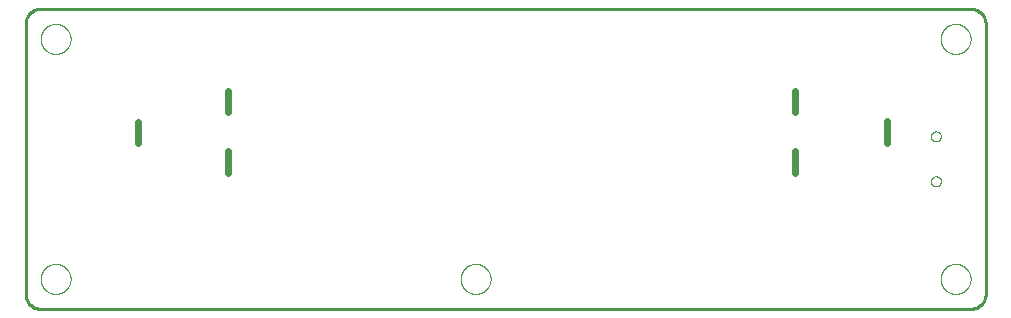
<source format=gko>
G04 EAGLE Gerber RS-274X export*
G75*
%MOMM*%
%FSLAX34Y34*%
%LPD*%
%INDimension*%
%IPPOS*%
%AMOC8*
5,1,8,0,0,1.08239X$1,22.5*%
G01*
%ADD10C,0.000000*%
%ADD11C,0.600000*%
%ADD12C,0.254000*%


D10*
X812800Y12700D02*
X812800Y241300D01*
X812796Y241607D01*
X812785Y241914D01*
X812767Y242220D01*
X812741Y242526D01*
X812707Y242831D01*
X812667Y243135D01*
X812619Y243438D01*
X812563Y243740D01*
X812501Y244040D01*
X812431Y244339D01*
X812354Y244636D01*
X812270Y244932D01*
X812178Y245225D01*
X812080Y245515D01*
X811975Y245803D01*
X811862Y246089D01*
X811743Y246372D01*
X811617Y246652D01*
X811485Y246929D01*
X811345Y247202D01*
X811199Y247472D01*
X811047Y247738D01*
X810888Y248001D01*
X810723Y248260D01*
X810552Y248514D01*
X810375Y248765D01*
X810191Y249011D01*
X810002Y249253D01*
X809807Y249489D01*
X809606Y249722D01*
X809400Y249949D01*
X809188Y250171D01*
X808971Y250388D01*
X808749Y250600D01*
X808522Y250806D01*
X808289Y251007D01*
X808053Y251202D01*
X807811Y251391D01*
X807565Y251575D01*
X807314Y251752D01*
X807060Y251923D01*
X806801Y252088D01*
X806538Y252247D01*
X806272Y252399D01*
X806002Y252545D01*
X805729Y252685D01*
X805452Y252817D01*
X805172Y252943D01*
X804889Y253062D01*
X804603Y253175D01*
X804315Y253280D01*
X804025Y253378D01*
X803732Y253470D01*
X803436Y253554D01*
X803139Y253631D01*
X802840Y253701D01*
X802540Y253763D01*
X802238Y253819D01*
X801935Y253867D01*
X801631Y253907D01*
X801326Y253941D01*
X801020Y253967D01*
X800714Y253985D01*
X800407Y253996D01*
X800100Y254000D01*
X12700Y254000D01*
X12393Y253996D01*
X12086Y253985D01*
X11780Y253967D01*
X11474Y253941D01*
X11169Y253907D01*
X10865Y253867D01*
X10562Y253819D01*
X10260Y253763D01*
X9960Y253701D01*
X9661Y253631D01*
X9364Y253554D01*
X9068Y253470D01*
X8775Y253378D01*
X8485Y253280D01*
X8197Y253175D01*
X7911Y253062D01*
X7628Y252943D01*
X7348Y252817D01*
X7071Y252685D01*
X6798Y252545D01*
X6528Y252399D01*
X6262Y252247D01*
X5999Y252088D01*
X5740Y251923D01*
X5486Y251752D01*
X5235Y251575D01*
X4989Y251391D01*
X4747Y251202D01*
X4511Y251007D01*
X4278Y250806D01*
X4051Y250600D01*
X3829Y250388D01*
X3612Y250171D01*
X3400Y249949D01*
X3194Y249722D01*
X2993Y249489D01*
X2798Y249253D01*
X2609Y249011D01*
X2425Y248765D01*
X2248Y248514D01*
X2077Y248260D01*
X1912Y248001D01*
X1753Y247738D01*
X1601Y247472D01*
X1455Y247202D01*
X1315Y246929D01*
X1183Y246652D01*
X1057Y246372D01*
X938Y246089D01*
X825Y245803D01*
X720Y245515D01*
X622Y245225D01*
X530Y244932D01*
X446Y244636D01*
X369Y244339D01*
X299Y244040D01*
X237Y243740D01*
X181Y243438D01*
X133Y243135D01*
X93Y242831D01*
X59Y242526D01*
X33Y242220D01*
X15Y241914D01*
X4Y241607D01*
X0Y241300D01*
X0Y12700D01*
X4Y12393D01*
X15Y12086D01*
X33Y11780D01*
X59Y11474D01*
X93Y11169D01*
X133Y10865D01*
X181Y10562D01*
X237Y10260D01*
X299Y9960D01*
X369Y9661D01*
X446Y9364D01*
X530Y9068D01*
X622Y8775D01*
X720Y8485D01*
X825Y8197D01*
X938Y7911D01*
X1057Y7628D01*
X1183Y7348D01*
X1315Y7071D01*
X1455Y6798D01*
X1601Y6528D01*
X1753Y6262D01*
X1912Y5999D01*
X2077Y5740D01*
X2248Y5486D01*
X2425Y5235D01*
X2609Y4989D01*
X2798Y4747D01*
X2993Y4511D01*
X3194Y4278D01*
X3400Y4051D01*
X3612Y3829D01*
X3829Y3612D01*
X4051Y3400D01*
X4278Y3194D01*
X4511Y2993D01*
X4747Y2798D01*
X4989Y2609D01*
X5235Y2425D01*
X5486Y2248D01*
X5740Y2077D01*
X5999Y1912D01*
X6262Y1753D01*
X6528Y1601D01*
X6798Y1455D01*
X7071Y1315D01*
X7348Y1183D01*
X7628Y1057D01*
X7911Y938D01*
X8197Y825D01*
X8485Y720D01*
X8775Y622D01*
X9068Y530D01*
X9364Y446D01*
X9661Y369D01*
X9960Y299D01*
X10260Y237D01*
X10562Y181D01*
X10865Y133D01*
X11169Y93D01*
X11474Y59D01*
X11780Y33D01*
X12086Y15D01*
X12393Y4D01*
X12700Y0D01*
X800100Y0D01*
X800407Y4D01*
X800714Y15D01*
X801020Y33D01*
X801326Y59D01*
X801631Y93D01*
X801935Y133D01*
X802238Y181D01*
X802540Y237D01*
X802840Y299D01*
X803139Y369D01*
X803436Y446D01*
X803732Y530D01*
X804025Y622D01*
X804315Y720D01*
X804603Y825D01*
X804889Y938D01*
X805172Y1057D01*
X805452Y1183D01*
X805729Y1315D01*
X806002Y1455D01*
X806272Y1601D01*
X806538Y1753D01*
X806801Y1912D01*
X807060Y2077D01*
X807314Y2248D01*
X807565Y2425D01*
X807811Y2609D01*
X808053Y2798D01*
X808289Y2993D01*
X808522Y3194D01*
X808749Y3400D01*
X808971Y3612D01*
X809188Y3829D01*
X809400Y4051D01*
X809606Y4278D01*
X809807Y4511D01*
X810002Y4747D01*
X810191Y4989D01*
X810375Y5235D01*
X810552Y5486D01*
X810723Y5740D01*
X810888Y5999D01*
X811047Y6262D01*
X811199Y6528D01*
X811345Y6798D01*
X811485Y7071D01*
X811617Y7348D01*
X811743Y7628D01*
X811862Y7911D01*
X811975Y8197D01*
X812080Y8485D01*
X812178Y8775D01*
X812270Y9068D01*
X812354Y9364D01*
X812431Y9661D01*
X812501Y9960D01*
X812563Y10260D01*
X812619Y10562D01*
X812667Y10865D01*
X812707Y11169D01*
X812741Y11474D01*
X812767Y11780D01*
X812785Y12086D01*
X812796Y12393D01*
X812800Y12700D01*
X12700Y25400D02*
X12704Y25712D01*
X12715Y26023D01*
X12734Y26334D01*
X12761Y26645D01*
X12796Y26955D01*
X12837Y27263D01*
X12887Y27571D01*
X12944Y27878D01*
X13009Y28183D01*
X13081Y28486D01*
X13160Y28787D01*
X13247Y29087D01*
X13341Y29384D01*
X13442Y29679D01*
X13551Y29971D01*
X13667Y30260D01*
X13790Y30547D01*
X13919Y30830D01*
X14056Y31110D01*
X14200Y31387D01*
X14350Y31660D01*
X14507Y31929D01*
X14670Y32194D01*
X14840Y32456D01*
X15017Y32713D01*
X15199Y32965D01*
X15388Y33213D01*
X15583Y33457D01*
X15783Y33695D01*
X15990Y33929D01*
X16202Y34157D01*
X16420Y34380D01*
X16643Y34598D01*
X16871Y34810D01*
X17105Y35017D01*
X17343Y35217D01*
X17587Y35412D01*
X17835Y35601D01*
X18087Y35783D01*
X18344Y35960D01*
X18606Y36130D01*
X18871Y36293D01*
X19140Y36450D01*
X19413Y36600D01*
X19690Y36744D01*
X19970Y36881D01*
X20253Y37010D01*
X20540Y37133D01*
X20829Y37249D01*
X21121Y37358D01*
X21416Y37459D01*
X21713Y37553D01*
X22013Y37640D01*
X22314Y37719D01*
X22617Y37791D01*
X22922Y37856D01*
X23229Y37913D01*
X23537Y37963D01*
X23845Y38004D01*
X24155Y38039D01*
X24466Y38066D01*
X24777Y38085D01*
X25088Y38096D01*
X25400Y38100D01*
X25712Y38096D01*
X26023Y38085D01*
X26334Y38066D01*
X26645Y38039D01*
X26955Y38004D01*
X27263Y37963D01*
X27571Y37913D01*
X27878Y37856D01*
X28183Y37791D01*
X28486Y37719D01*
X28787Y37640D01*
X29087Y37553D01*
X29384Y37459D01*
X29679Y37358D01*
X29971Y37249D01*
X30260Y37133D01*
X30547Y37010D01*
X30830Y36881D01*
X31110Y36744D01*
X31387Y36600D01*
X31660Y36450D01*
X31929Y36293D01*
X32194Y36130D01*
X32456Y35960D01*
X32713Y35783D01*
X32965Y35601D01*
X33213Y35412D01*
X33457Y35217D01*
X33695Y35017D01*
X33929Y34810D01*
X34157Y34598D01*
X34380Y34380D01*
X34598Y34157D01*
X34810Y33929D01*
X35017Y33695D01*
X35217Y33457D01*
X35412Y33213D01*
X35601Y32965D01*
X35783Y32713D01*
X35960Y32456D01*
X36130Y32194D01*
X36293Y31929D01*
X36450Y31660D01*
X36600Y31387D01*
X36744Y31110D01*
X36881Y30830D01*
X37010Y30547D01*
X37133Y30260D01*
X37249Y29971D01*
X37358Y29679D01*
X37459Y29384D01*
X37553Y29087D01*
X37640Y28787D01*
X37719Y28486D01*
X37791Y28183D01*
X37856Y27878D01*
X37913Y27571D01*
X37963Y27263D01*
X38004Y26955D01*
X38039Y26645D01*
X38066Y26334D01*
X38085Y26023D01*
X38096Y25712D01*
X38100Y25400D01*
X38096Y25088D01*
X38085Y24777D01*
X38066Y24466D01*
X38039Y24155D01*
X38004Y23845D01*
X37963Y23537D01*
X37913Y23229D01*
X37856Y22922D01*
X37791Y22617D01*
X37719Y22314D01*
X37640Y22013D01*
X37553Y21713D01*
X37459Y21416D01*
X37358Y21121D01*
X37249Y20829D01*
X37133Y20540D01*
X37010Y20253D01*
X36881Y19970D01*
X36744Y19690D01*
X36600Y19413D01*
X36450Y19140D01*
X36293Y18871D01*
X36130Y18606D01*
X35960Y18344D01*
X35783Y18087D01*
X35601Y17835D01*
X35412Y17587D01*
X35217Y17343D01*
X35017Y17105D01*
X34810Y16871D01*
X34598Y16643D01*
X34380Y16420D01*
X34157Y16202D01*
X33929Y15990D01*
X33695Y15783D01*
X33457Y15583D01*
X33213Y15388D01*
X32965Y15199D01*
X32713Y15017D01*
X32456Y14840D01*
X32194Y14670D01*
X31929Y14507D01*
X31660Y14350D01*
X31387Y14200D01*
X31110Y14056D01*
X30830Y13919D01*
X30547Y13790D01*
X30260Y13667D01*
X29971Y13551D01*
X29679Y13442D01*
X29384Y13341D01*
X29087Y13247D01*
X28787Y13160D01*
X28486Y13081D01*
X28183Y13009D01*
X27878Y12944D01*
X27571Y12887D01*
X27263Y12837D01*
X26955Y12796D01*
X26645Y12761D01*
X26334Y12734D01*
X26023Y12715D01*
X25712Y12704D01*
X25400Y12700D01*
X25088Y12704D01*
X24777Y12715D01*
X24466Y12734D01*
X24155Y12761D01*
X23845Y12796D01*
X23537Y12837D01*
X23229Y12887D01*
X22922Y12944D01*
X22617Y13009D01*
X22314Y13081D01*
X22013Y13160D01*
X21713Y13247D01*
X21416Y13341D01*
X21121Y13442D01*
X20829Y13551D01*
X20540Y13667D01*
X20253Y13790D01*
X19970Y13919D01*
X19690Y14056D01*
X19413Y14200D01*
X19140Y14350D01*
X18871Y14507D01*
X18606Y14670D01*
X18344Y14840D01*
X18087Y15017D01*
X17835Y15199D01*
X17587Y15388D01*
X17343Y15583D01*
X17105Y15783D01*
X16871Y15990D01*
X16643Y16202D01*
X16420Y16420D01*
X16202Y16643D01*
X15990Y16871D01*
X15783Y17105D01*
X15583Y17343D01*
X15388Y17587D01*
X15199Y17835D01*
X15017Y18087D01*
X14840Y18344D01*
X14670Y18606D01*
X14507Y18871D01*
X14350Y19140D01*
X14200Y19413D01*
X14056Y19690D01*
X13919Y19970D01*
X13790Y20253D01*
X13667Y20540D01*
X13551Y20829D01*
X13442Y21121D01*
X13341Y21416D01*
X13247Y21713D01*
X13160Y22013D01*
X13081Y22314D01*
X13009Y22617D01*
X12944Y22922D01*
X12887Y23229D01*
X12837Y23537D01*
X12796Y23845D01*
X12761Y24155D01*
X12734Y24466D01*
X12715Y24777D01*
X12704Y25088D01*
X12700Y25400D01*
X12700Y228600D02*
X12704Y228912D01*
X12715Y229223D01*
X12734Y229534D01*
X12761Y229845D01*
X12796Y230155D01*
X12837Y230463D01*
X12887Y230771D01*
X12944Y231078D01*
X13009Y231383D01*
X13081Y231686D01*
X13160Y231987D01*
X13247Y232287D01*
X13341Y232584D01*
X13442Y232879D01*
X13551Y233171D01*
X13667Y233460D01*
X13790Y233747D01*
X13919Y234030D01*
X14056Y234310D01*
X14200Y234587D01*
X14350Y234860D01*
X14507Y235129D01*
X14670Y235394D01*
X14840Y235656D01*
X15017Y235913D01*
X15199Y236165D01*
X15388Y236413D01*
X15583Y236657D01*
X15783Y236895D01*
X15990Y237129D01*
X16202Y237357D01*
X16420Y237580D01*
X16643Y237798D01*
X16871Y238010D01*
X17105Y238217D01*
X17343Y238417D01*
X17587Y238612D01*
X17835Y238801D01*
X18087Y238983D01*
X18344Y239160D01*
X18606Y239330D01*
X18871Y239493D01*
X19140Y239650D01*
X19413Y239800D01*
X19690Y239944D01*
X19970Y240081D01*
X20253Y240210D01*
X20540Y240333D01*
X20829Y240449D01*
X21121Y240558D01*
X21416Y240659D01*
X21713Y240753D01*
X22013Y240840D01*
X22314Y240919D01*
X22617Y240991D01*
X22922Y241056D01*
X23229Y241113D01*
X23537Y241163D01*
X23845Y241204D01*
X24155Y241239D01*
X24466Y241266D01*
X24777Y241285D01*
X25088Y241296D01*
X25400Y241300D01*
X25712Y241296D01*
X26023Y241285D01*
X26334Y241266D01*
X26645Y241239D01*
X26955Y241204D01*
X27263Y241163D01*
X27571Y241113D01*
X27878Y241056D01*
X28183Y240991D01*
X28486Y240919D01*
X28787Y240840D01*
X29087Y240753D01*
X29384Y240659D01*
X29679Y240558D01*
X29971Y240449D01*
X30260Y240333D01*
X30547Y240210D01*
X30830Y240081D01*
X31110Y239944D01*
X31387Y239800D01*
X31660Y239650D01*
X31929Y239493D01*
X32194Y239330D01*
X32456Y239160D01*
X32713Y238983D01*
X32965Y238801D01*
X33213Y238612D01*
X33457Y238417D01*
X33695Y238217D01*
X33929Y238010D01*
X34157Y237798D01*
X34380Y237580D01*
X34598Y237357D01*
X34810Y237129D01*
X35017Y236895D01*
X35217Y236657D01*
X35412Y236413D01*
X35601Y236165D01*
X35783Y235913D01*
X35960Y235656D01*
X36130Y235394D01*
X36293Y235129D01*
X36450Y234860D01*
X36600Y234587D01*
X36744Y234310D01*
X36881Y234030D01*
X37010Y233747D01*
X37133Y233460D01*
X37249Y233171D01*
X37358Y232879D01*
X37459Y232584D01*
X37553Y232287D01*
X37640Y231987D01*
X37719Y231686D01*
X37791Y231383D01*
X37856Y231078D01*
X37913Y230771D01*
X37963Y230463D01*
X38004Y230155D01*
X38039Y229845D01*
X38066Y229534D01*
X38085Y229223D01*
X38096Y228912D01*
X38100Y228600D01*
X38096Y228288D01*
X38085Y227977D01*
X38066Y227666D01*
X38039Y227355D01*
X38004Y227045D01*
X37963Y226737D01*
X37913Y226429D01*
X37856Y226122D01*
X37791Y225817D01*
X37719Y225514D01*
X37640Y225213D01*
X37553Y224913D01*
X37459Y224616D01*
X37358Y224321D01*
X37249Y224029D01*
X37133Y223740D01*
X37010Y223453D01*
X36881Y223170D01*
X36744Y222890D01*
X36600Y222613D01*
X36450Y222340D01*
X36293Y222071D01*
X36130Y221806D01*
X35960Y221544D01*
X35783Y221287D01*
X35601Y221035D01*
X35412Y220787D01*
X35217Y220543D01*
X35017Y220305D01*
X34810Y220071D01*
X34598Y219843D01*
X34380Y219620D01*
X34157Y219402D01*
X33929Y219190D01*
X33695Y218983D01*
X33457Y218783D01*
X33213Y218588D01*
X32965Y218399D01*
X32713Y218217D01*
X32456Y218040D01*
X32194Y217870D01*
X31929Y217707D01*
X31660Y217550D01*
X31387Y217400D01*
X31110Y217256D01*
X30830Y217119D01*
X30547Y216990D01*
X30260Y216867D01*
X29971Y216751D01*
X29679Y216642D01*
X29384Y216541D01*
X29087Y216447D01*
X28787Y216360D01*
X28486Y216281D01*
X28183Y216209D01*
X27878Y216144D01*
X27571Y216087D01*
X27263Y216037D01*
X26955Y215996D01*
X26645Y215961D01*
X26334Y215934D01*
X26023Y215915D01*
X25712Y215904D01*
X25400Y215900D01*
X25088Y215904D01*
X24777Y215915D01*
X24466Y215934D01*
X24155Y215961D01*
X23845Y215996D01*
X23537Y216037D01*
X23229Y216087D01*
X22922Y216144D01*
X22617Y216209D01*
X22314Y216281D01*
X22013Y216360D01*
X21713Y216447D01*
X21416Y216541D01*
X21121Y216642D01*
X20829Y216751D01*
X20540Y216867D01*
X20253Y216990D01*
X19970Y217119D01*
X19690Y217256D01*
X19413Y217400D01*
X19140Y217550D01*
X18871Y217707D01*
X18606Y217870D01*
X18344Y218040D01*
X18087Y218217D01*
X17835Y218399D01*
X17587Y218588D01*
X17343Y218783D01*
X17105Y218983D01*
X16871Y219190D01*
X16643Y219402D01*
X16420Y219620D01*
X16202Y219843D01*
X15990Y220071D01*
X15783Y220305D01*
X15583Y220543D01*
X15388Y220787D01*
X15199Y221035D01*
X15017Y221287D01*
X14840Y221544D01*
X14670Y221806D01*
X14507Y222071D01*
X14350Y222340D01*
X14200Y222613D01*
X14056Y222890D01*
X13919Y223170D01*
X13790Y223453D01*
X13667Y223740D01*
X13551Y224029D01*
X13442Y224321D01*
X13341Y224616D01*
X13247Y224913D01*
X13160Y225213D01*
X13081Y225514D01*
X13009Y225817D01*
X12944Y226122D01*
X12887Y226429D01*
X12837Y226737D01*
X12796Y227045D01*
X12761Y227355D01*
X12734Y227666D01*
X12715Y227977D01*
X12704Y228288D01*
X12700Y228600D01*
X774700Y228600D02*
X774704Y228912D01*
X774715Y229223D01*
X774734Y229534D01*
X774761Y229845D01*
X774796Y230155D01*
X774837Y230463D01*
X774887Y230771D01*
X774944Y231078D01*
X775009Y231383D01*
X775081Y231686D01*
X775160Y231987D01*
X775247Y232287D01*
X775341Y232584D01*
X775442Y232879D01*
X775551Y233171D01*
X775667Y233460D01*
X775790Y233747D01*
X775919Y234030D01*
X776056Y234310D01*
X776200Y234587D01*
X776350Y234860D01*
X776507Y235129D01*
X776670Y235394D01*
X776840Y235656D01*
X777017Y235913D01*
X777199Y236165D01*
X777388Y236413D01*
X777583Y236657D01*
X777783Y236895D01*
X777990Y237129D01*
X778202Y237357D01*
X778420Y237580D01*
X778643Y237798D01*
X778871Y238010D01*
X779105Y238217D01*
X779343Y238417D01*
X779587Y238612D01*
X779835Y238801D01*
X780087Y238983D01*
X780344Y239160D01*
X780606Y239330D01*
X780871Y239493D01*
X781140Y239650D01*
X781413Y239800D01*
X781690Y239944D01*
X781970Y240081D01*
X782253Y240210D01*
X782540Y240333D01*
X782829Y240449D01*
X783121Y240558D01*
X783416Y240659D01*
X783713Y240753D01*
X784013Y240840D01*
X784314Y240919D01*
X784617Y240991D01*
X784922Y241056D01*
X785229Y241113D01*
X785537Y241163D01*
X785845Y241204D01*
X786155Y241239D01*
X786466Y241266D01*
X786777Y241285D01*
X787088Y241296D01*
X787400Y241300D01*
X787712Y241296D01*
X788023Y241285D01*
X788334Y241266D01*
X788645Y241239D01*
X788955Y241204D01*
X789263Y241163D01*
X789571Y241113D01*
X789878Y241056D01*
X790183Y240991D01*
X790486Y240919D01*
X790787Y240840D01*
X791087Y240753D01*
X791384Y240659D01*
X791679Y240558D01*
X791971Y240449D01*
X792260Y240333D01*
X792547Y240210D01*
X792830Y240081D01*
X793110Y239944D01*
X793387Y239800D01*
X793660Y239650D01*
X793929Y239493D01*
X794194Y239330D01*
X794456Y239160D01*
X794713Y238983D01*
X794965Y238801D01*
X795213Y238612D01*
X795457Y238417D01*
X795695Y238217D01*
X795929Y238010D01*
X796157Y237798D01*
X796380Y237580D01*
X796598Y237357D01*
X796810Y237129D01*
X797017Y236895D01*
X797217Y236657D01*
X797412Y236413D01*
X797601Y236165D01*
X797783Y235913D01*
X797960Y235656D01*
X798130Y235394D01*
X798293Y235129D01*
X798450Y234860D01*
X798600Y234587D01*
X798744Y234310D01*
X798881Y234030D01*
X799010Y233747D01*
X799133Y233460D01*
X799249Y233171D01*
X799358Y232879D01*
X799459Y232584D01*
X799553Y232287D01*
X799640Y231987D01*
X799719Y231686D01*
X799791Y231383D01*
X799856Y231078D01*
X799913Y230771D01*
X799963Y230463D01*
X800004Y230155D01*
X800039Y229845D01*
X800066Y229534D01*
X800085Y229223D01*
X800096Y228912D01*
X800100Y228600D01*
X800096Y228288D01*
X800085Y227977D01*
X800066Y227666D01*
X800039Y227355D01*
X800004Y227045D01*
X799963Y226737D01*
X799913Y226429D01*
X799856Y226122D01*
X799791Y225817D01*
X799719Y225514D01*
X799640Y225213D01*
X799553Y224913D01*
X799459Y224616D01*
X799358Y224321D01*
X799249Y224029D01*
X799133Y223740D01*
X799010Y223453D01*
X798881Y223170D01*
X798744Y222890D01*
X798600Y222613D01*
X798450Y222340D01*
X798293Y222071D01*
X798130Y221806D01*
X797960Y221544D01*
X797783Y221287D01*
X797601Y221035D01*
X797412Y220787D01*
X797217Y220543D01*
X797017Y220305D01*
X796810Y220071D01*
X796598Y219843D01*
X796380Y219620D01*
X796157Y219402D01*
X795929Y219190D01*
X795695Y218983D01*
X795457Y218783D01*
X795213Y218588D01*
X794965Y218399D01*
X794713Y218217D01*
X794456Y218040D01*
X794194Y217870D01*
X793929Y217707D01*
X793660Y217550D01*
X793387Y217400D01*
X793110Y217256D01*
X792830Y217119D01*
X792547Y216990D01*
X792260Y216867D01*
X791971Y216751D01*
X791679Y216642D01*
X791384Y216541D01*
X791087Y216447D01*
X790787Y216360D01*
X790486Y216281D01*
X790183Y216209D01*
X789878Y216144D01*
X789571Y216087D01*
X789263Y216037D01*
X788955Y215996D01*
X788645Y215961D01*
X788334Y215934D01*
X788023Y215915D01*
X787712Y215904D01*
X787400Y215900D01*
X787088Y215904D01*
X786777Y215915D01*
X786466Y215934D01*
X786155Y215961D01*
X785845Y215996D01*
X785537Y216037D01*
X785229Y216087D01*
X784922Y216144D01*
X784617Y216209D01*
X784314Y216281D01*
X784013Y216360D01*
X783713Y216447D01*
X783416Y216541D01*
X783121Y216642D01*
X782829Y216751D01*
X782540Y216867D01*
X782253Y216990D01*
X781970Y217119D01*
X781690Y217256D01*
X781413Y217400D01*
X781140Y217550D01*
X780871Y217707D01*
X780606Y217870D01*
X780344Y218040D01*
X780087Y218217D01*
X779835Y218399D01*
X779587Y218588D01*
X779343Y218783D01*
X779105Y218983D01*
X778871Y219190D01*
X778643Y219402D01*
X778420Y219620D01*
X778202Y219843D01*
X777990Y220071D01*
X777783Y220305D01*
X777583Y220543D01*
X777388Y220787D01*
X777199Y221035D01*
X777017Y221287D01*
X776840Y221544D01*
X776670Y221806D01*
X776507Y222071D01*
X776350Y222340D01*
X776200Y222613D01*
X776056Y222890D01*
X775919Y223170D01*
X775790Y223453D01*
X775667Y223740D01*
X775551Y224029D01*
X775442Y224321D01*
X775341Y224616D01*
X775247Y224913D01*
X775160Y225213D01*
X775081Y225514D01*
X775009Y225817D01*
X774944Y226122D01*
X774887Y226429D01*
X774837Y226737D01*
X774796Y227045D01*
X774761Y227355D01*
X774734Y227666D01*
X774715Y227977D01*
X774704Y228288D01*
X774700Y228600D01*
X774700Y25400D02*
X774704Y25712D01*
X774715Y26023D01*
X774734Y26334D01*
X774761Y26645D01*
X774796Y26955D01*
X774837Y27263D01*
X774887Y27571D01*
X774944Y27878D01*
X775009Y28183D01*
X775081Y28486D01*
X775160Y28787D01*
X775247Y29087D01*
X775341Y29384D01*
X775442Y29679D01*
X775551Y29971D01*
X775667Y30260D01*
X775790Y30547D01*
X775919Y30830D01*
X776056Y31110D01*
X776200Y31387D01*
X776350Y31660D01*
X776507Y31929D01*
X776670Y32194D01*
X776840Y32456D01*
X777017Y32713D01*
X777199Y32965D01*
X777388Y33213D01*
X777583Y33457D01*
X777783Y33695D01*
X777990Y33929D01*
X778202Y34157D01*
X778420Y34380D01*
X778643Y34598D01*
X778871Y34810D01*
X779105Y35017D01*
X779343Y35217D01*
X779587Y35412D01*
X779835Y35601D01*
X780087Y35783D01*
X780344Y35960D01*
X780606Y36130D01*
X780871Y36293D01*
X781140Y36450D01*
X781413Y36600D01*
X781690Y36744D01*
X781970Y36881D01*
X782253Y37010D01*
X782540Y37133D01*
X782829Y37249D01*
X783121Y37358D01*
X783416Y37459D01*
X783713Y37553D01*
X784013Y37640D01*
X784314Y37719D01*
X784617Y37791D01*
X784922Y37856D01*
X785229Y37913D01*
X785537Y37963D01*
X785845Y38004D01*
X786155Y38039D01*
X786466Y38066D01*
X786777Y38085D01*
X787088Y38096D01*
X787400Y38100D01*
X787712Y38096D01*
X788023Y38085D01*
X788334Y38066D01*
X788645Y38039D01*
X788955Y38004D01*
X789263Y37963D01*
X789571Y37913D01*
X789878Y37856D01*
X790183Y37791D01*
X790486Y37719D01*
X790787Y37640D01*
X791087Y37553D01*
X791384Y37459D01*
X791679Y37358D01*
X791971Y37249D01*
X792260Y37133D01*
X792547Y37010D01*
X792830Y36881D01*
X793110Y36744D01*
X793387Y36600D01*
X793660Y36450D01*
X793929Y36293D01*
X794194Y36130D01*
X794456Y35960D01*
X794713Y35783D01*
X794965Y35601D01*
X795213Y35412D01*
X795457Y35217D01*
X795695Y35017D01*
X795929Y34810D01*
X796157Y34598D01*
X796380Y34380D01*
X796598Y34157D01*
X796810Y33929D01*
X797017Y33695D01*
X797217Y33457D01*
X797412Y33213D01*
X797601Y32965D01*
X797783Y32713D01*
X797960Y32456D01*
X798130Y32194D01*
X798293Y31929D01*
X798450Y31660D01*
X798600Y31387D01*
X798744Y31110D01*
X798881Y30830D01*
X799010Y30547D01*
X799133Y30260D01*
X799249Y29971D01*
X799358Y29679D01*
X799459Y29384D01*
X799553Y29087D01*
X799640Y28787D01*
X799719Y28486D01*
X799791Y28183D01*
X799856Y27878D01*
X799913Y27571D01*
X799963Y27263D01*
X800004Y26955D01*
X800039Y26645D01*
X800066Y26334D01*
X800085Y26023D01*
X800096Y25712D01*
X800100Y25400D01*
X800096Y25088D01*
X800085Y24777D01*
X800066Y24466D01*
X800039Y24155D01*
X800004Y23845D01*
X799963Y23537D01*
X799913Y23229D01*
X799856Y22922D01*
X799791Y22617D01*
X799719Y22314D01*
X799640Y22013D01*
X799553Y21713D01*
X799459Y21416D01*
X799358Y21121D01*
X799249Y20829D01*
X799133Y20540D01*
X799010Y20253D01*
X798881Y19970D01*
X798744Y19690D01*
X798600Y19413D01*
X798450Y19140D01*
X798293Y18871D01*
X798130Y18606D01*
X797960Y18344D01*
X797783Y18087D01*
X797601Y17835D01*
X797412Y17587D01*
X797217Y17343D01*
X797017Y17105D01*
X796810Y16871D01*
X796598Y16643D01*
X796380Y16420D01*
X796157Y16202D01*
X795929Y15990D01*
X795695Y15783D01*
X795457Y15583D01*
X795213Y15388D01*
X794965Y15199D01*
X794713Y15017D01*
X794456Y14840D01*
X794194Y14670D01*
X793929Y14507D01*
X793660Y14350D01*
X793387Y14200D01*
X793110Y14056D01*
X792830Y13919D01*
X792547Y13790D01*
X792260Y13667D01*
X791971Y13551D01*
X791679Y13442D01*
X791384Y13341D01*
X791087Y13247D01*
X790787Y13160D01*
X790486Y13081D01*
X790183Y13009D01*
X789878Y12944D01*
X789571Y12887D01*
X789263Y12837D01*
X788955Y12796D01*
X788645Y12761D01*
X788334Y12734D01*
X788023Y12715D01*
X787712Y12704D01*
X787400Y12700D01*
X787088Y12704D01*
X786777Y12715D01*
X786466Y12734D01*
X786155Y12761D01*
X785845Y12796D01*
X785537Y12837D01*
X785229Y12887D01*
X784922Y12944D01*
X784617Y13009D01*
X784314Y13081D01*
X784013Y13160D01*
X783713Y13247D01*
X783416Y13341D01*
X783121Y13442D01*
X782829Y13551D01*
X782540Y13667D01*
X782253Y13790D01*
X781970Y13919D01*
X781690Y14056D01*
X781413Y14200D01*
X781140Y14350D01*
X780871Y14507D01*
X780606Y14670D01*
X780344Y14840D01*
X780087Y15017D01*
X779835Y15199D01*
X779587Y15388D01*
X779343Y15583D01*
X779105Y15783D01*
X778871Y15990D01*
X778643Y16202D01*
X778420Y16420D01*
X778202Y16643D01*
X777990Y16871D01*
X777783Y17105D01*
X777583Y17343D01*
X777388Y17587D01*
X777199Y17835D01*
X777017Y18087D01*
X776840Y18344D01*
X776670Y18606D01*
X776507Y18871D01*
X776350Y19140D01*
X776200Y19413D01*
X776056Y19690D01*
X775919Y19970D01*
X775790Y20253D01*
X775667Y20540D01*
X775551Y20829D01*
X775442Y21121D01*
X775341Y21416D01*
X775247Y21713D01*
X775160Y22013D01*
X775081Y22314D01*
X775009Y22617D01*
X774944Y22922D01*
X774887Y23229D01*
X774837Y23537D01*
X774796Y23845D01*
X774761Y24155D01*
X774734Y24466D01*
X774715Y24777D01*
X774704Y25088D01*
X774700Y25400D01*
X368300Y25400D02*
X368304Y25712D01*
X368315Y26023D01*
X368334Y26334D01*
X368361Y26645D01*
X368396Y26955D01*
X368437Y27263D01*
X368487Y27571D01*
X368544Y27878D01*
X368609Y28183D01*
X368681Y28486D01*
X368760Y28787D01*
X368847Y29087D01*
X368941Y29384D01*
X369042Y29679D01*
X369151Y29971D01*
X369267Y30260D01*
X369390Y30547D01*
X369519Y30830D01*
X369656Y31110D01*
X369800Y31387D01*
X369950Y31660D01*
X370107Y31929D01*
X370270Y32194D01*
X370440Y32456D01*
X370617Y32713D01*
X370799Y32965D01*
X370988Y33213D01*
X371183Y33457D01*
X371383Y33695D01*
X371590Y33929D01*
X371802Y34157D01*
X372020Y34380D01*
X372243Y34598D01*
X372471Y34810D01*
X372705Y35017D01*
X372943Y35217D01*
X373187Y35412D01*
X373435Y35601D01*
X373687Y35783D01*
X373944Y35960D01*
X374206Y36130D01*
X374471Y36293D01*
X374740Y36450D01*
X375013Y36600D01*
X375290Y36744D01*
X375570Y36881D01*
X375853Y37010D01*
X376140Y37133D01*
X376429Y37249D01*
X376721Y37358D01*
X377016Y37459D01*
X377313Y37553D01*
X377613Y37640D01*
X377914Y37719D01*
X378217Y37791D01*
X378522Y37856D01*
X378829Y37913D01*
X379137Y37963D01*
X379445Y38004D01*
X379755Y38039D01*
X380066Y38066D01*
X380377Y38085D01*
X380688Y38096D01*
X381000Y38100D01*
X381312Y38096D01*
X381623Y38085D01*
X381934Y38066D01*
X382245Y38039D01*
X382555Y38004D01*
X382863Y37963D01*
X383171Y37913D01*
X383478Y37856D01*
X383783Y37791D01*
X384086Y37719D01*
X384387Y37640D01*
X384687Y37553D01*
X384984Y37459D01*
X385279Y37358D01*
X385571Y37249D01*
X385860Y37133D01*
X386147Y37010D01*
X386430Y36881D01*
X386710Y36744D01*
X386987Y36600D01*
X387260Y36450D01*
X387529Y36293D01*
X387794Y36130D01*
X388056Y35960D01*
X388313Y35783D01*
X388565Y35601D01*
X388813Y35412D01*
X389057Y35217D01*
X389295Y35017D01*
X389529Y34810D01*
X389757Y34598D01*
X389980Y34380D01*
X390198Y34157D01*
X390410Y33929D01*
X390617Y33695D01*
X390817Y33457D01*
X391012Y33213D01*
X391201Y32965D01*
X391383Y32713D01*
X391560Y32456D01*
X391730Y32194D01*
X391893Y31929D01*
X392050Y31660D01*
X392200Y31387D01*
X392344Y31110D01*
X392481Y30830D01*
X392610Y30547D01*
X392733Y30260D01*
X392849Y29971D01*
X392958Y29679D01*
X393059Y29384D01*
X393153Y29087D01*
X393240Y28787D01*
X393319Y28486D01*
X393391Y28183D01*
X393456Y27878D01*
X393513Y27571D01*
X393563Y27263D01*
X393604Y26955D01*
X393639Y26645D01*
X393666Y26334D01*
X393685Y26023D01*
X393696Y25712D01*
X393700Y25400D01*
X393696Y25088D01*
X393685Y24777D01*
X393666Y24466D01*
X393639Y24155D01*
X393604Y23845D01*
X393563Y23537D01*
X393513Y23229D01*
X393456Y22922D01*
X393391Y22617D01*
X393319Y22314D01*
X393240Y22013D01*
X393153Y21713D01*
X393059Y21416D01*
X392958Y21121D01*
X392849Y20829D01*
X392733Y20540D01*
X392610Y20253D01*
X392481Y19970D01*
X392344Y19690D01*
X392200Y19413D01*
X392050Y19140D01*
X391893Y18871D01*
X391730Y18606D01*
X391560Y18344D01*
X391383Y18087D01*
X391201Y17835D01*
X391012Y17587D01*
X390817Y17343D01*
X390617Y17105D01*
X390410Y16871D01*
X390198Y16643D01*
X389980Y16420D01*
X389757Y16202D01*
X389529Y15990D01*
X389295Y15783D01*
X389057Y15583D01*
X388813Y15388D01*
X388565Y15199D01*
X388313Y15017D01*
X388056Y14840D01*
X387794Y14670D01*
X387529Y14507D01*
X387260Y14350D01*
X386987Y14200D01*
X386710Y14056D01*
X386430Y13919D01*
X386147Y13790D01*
X385860Y13667D01*
X385571Y13551D01*
X385279Y13442D01*
X384984Y13341D01*
X384687Y13247D01*
X384387Y13160D01*
X384086Y13081D01*
X383783Y13009D01*
X383478Y12944D01*
X383171Y12887D01*
X382863Y12837D01*
X382555Y12796D01*
X382245Y12761D01*
X381934Y12734D01*
X381623Y12715D01*
X381312Y12704D01*
X381000Y12700D01*
X380688Y12704D01*
X380377Y12715D01*
X380066Y12734D01*
X379755Y12761D01*
X379445Y12796D01*
X379137Y12837D01*
X378829Y12887D01*
X378522Y12944D01*
X378217Y13009D01*
X377914Y13081D01*
X377613Y13160D01*
X377313Y13247D01*
X377016Y13341D01*
X376721Y13442D01*
X376429Y13551D01*
X376140Y13667D01*
X375853Y13790D01*
X375570Y13919D01*
X375290Y14056D01*
X375013Y14200D01*
X374740Y14350D01*
X374471Y14507D01*
X374206Y14670D01*
X373944Y14840D01*
X373687Y15017D01*
X373435Y15199D01*
X373187Y15388D01*
X372943Y15583D01*
X372705Y15783D01*
X372471Y15990D01*
X372243Y16202D01*
X372020Y16420D01*
X371802Y16643D01*
X371590Y16871D01*
X371383Y17105D01*
X371183Y17343D01*
X370988Y17587D01*
X370799Y17835D01*
X370617Y18087D01*
X370440Y18344D01*
X370270Y18606D01*
X370107Y18871D01*
X369950Y19140D01*
X369800Y19413D01*
X369656Y19690D01*
X369519Y19970D01*
X369390Y20253D01*
X369267Y20540D01*
X369151Y20829D01*
X369042Y21121D01*
X368941Y21416D01*
X368847Y21713D01*
X368760Y22013D01*
X368681Y22314D01*
X368609Y22617D01*
X368544Y22922D01*
X368487Y23229D01*
X368437Y23537D01*
X368396Y23845D01*
X368361Y24155D01*
X368334Y24466D01*
X368315Y24777D01*
X368304Y25088D01*
X368300Y25400D01*
X766484Y108000D02*
X766486Y108130D01*
X766492Y108260D01*
X766502Y108390D01*
X766516Y108520D01*
X766534Y108649D01*
X766556Y108777D01*
X766581Y108905D01*
X766611Y109032D01*
X766645Y109158D01*
X766682Y109282D01*
X766723Y109406D01*
X766768Y109528D01*
X766817Y109649D01*
X766869Y109768D01*
X766925Y109886D01*
X766985Y110002D01*
X767048Y110116D01*
X767115Y110228D01*
X767185Y110337D01*
X767258Y110445D01*
X767334Y110550D01*
X767414Y110653D01*
X767497Y110754D01*
X767583Y110852D01*
X767672Y110947D01*
X767764Y111040D01*
X767858Y111129D01*
X767955Y111216D01*
X768055Y111299D01*
X768158Y111380D01*
X768262Y111457D01*
X768369Y111531D01*
X768479Y111602D01*
X768590Y111670D01*
X768704Y111734D01*
X768819Y111794D01*
X768936Y111851D01*
X769055Y111904D01*
X769176Y111954D01*
X769297Y112000D01*
X769421Y112042D01*
X769545Y112080D01*
X769671Y112115D01*
X769797Y112146D01*
X769925Y112172D01*
X770053Y112195D01*
X770182Y112214D01*
X770311Y112229D01*
X770441Y112240D01*
X770571Y112247D01*
X770701Y112250D01*
X770832Y112249D01*
X770962Y112244D01*
X771092Y112235D01*
X771221Y112222D01*
X771351Y112205D01*
X771479Y112184D01*
X771607Y112159D01*
X771734Y112131D01*
X771860Y112098D01*
X771985Y112062D01*
X772109Y112021D01*
X772232Y111977D01*
X772353Y111930D01*
X772473Y111878D01*
X772591Y111823D01*
X772707Y111764D01*
X772821Y111702D01*
X772934Y111636D01*
X773044Y111567D01*
X773152Y111495D01*
X773258Y111419D01*
X773362Y111340D01*
X773463Y111258D01*
X773562Y111173D01*
X773658Y111085D01*
X773751Y110994D01*
X773841Y110900D01*
X773928Y110803D01*
X774013Y110704D01*
X774094Y110602D01*
X774172Y110498D01*
X774247Y110392D01*
X774319Y110283D01*
X774387Y110172D01*
X774452Y110059D01*
X774513Y109944D01*
X774571Y109827D01*
X774625Y109709D01*
X774676Y109589D01*
X774723Y109467D01*
X774766Y109344D01*
X774805Y109220D01*
X774841Y109095D01*
X774872Y108968D01*
X774900Y108841D01*
X774924Y108713D01*
X774944Y108584D01*
X774960Y108455D01*
X774972Y108325D01*
X774980Y108195D01*
X774984Y108065D01*
X774984Y107935D01*
X774980Y107805D01*
X774972Y107675D01*
X774960Y107545D01*
X774944Y107416D01*
X774924Y107287D01*
X774900Y107159D01*
X774872Y107032D01*
X774841Y106905D01*
X774805Y106780D01*
X774766Y106656D01*
X774723Y106533D01*
X774676Y106411D01*
X774625Y106291D01*
X774571Y106173D01*
X774513Y106056D01*
X774452Y105941D01*
X774387Y105828D01*
X774319Y105717D01*
X774247Y105608D01*
X774172Y105502D01*
X774094Y105398D01*
X774013Y105296D01*
X773928Y105197D01*
X773841Y105100D01*
X773751Y105006D01*
X773658Y104915D01*
X773562Y104827D01*
X773463Y104742D01*
X773362Y104660D01*
X773258Y104581D01*
X773152Y104505D01*
X773044Y104433D01*
X772934Y104364D01*
X772821Y104298D01*
X772707Y104236D01*
X772591Y104177D01*
X772473Y104122D01*
X772353Y104070D01*
X772232Y104023D01*
X772109Y103979D01*
X771985Y103938D01*
X771860Y103902D01*
X771734Y103869D01*
X771607Y103841D01*
X771479Y103816D01*
X771351Y103795D01*
X771221Y103778D01*
X771092Y103765D01*
X770962Y103756D01*
X770832Y103751D01*
X770701Y103750D01*
X770571Y103753D01*
X770441Y103760D01*
X770311Y103771D01*
X770182Y103786D01*
X770053Y103805D01*
X769925Y103828D01*
X769797Y103854D01*
X769671Y103885D01*
X769545Y103920D01*
X769421Y103958D01*
X769297Y104000D01*
X769176Y104046D01*
X769055Y104096D01*
X768936Y104149D01*
X768819Y104206D01*
X768704Y104266D01*
X768590Y104330D01*
X768479Y104398D01*
X768369Y104469D01*
X768262Y104543D01*
X768158Y104620D01*
X768055Y104701D01*
X767955Y104784D01*
X767858Y104871D01*
X767764Y104960D01*
X767672Y105053D01*
X767583Y105148D01*
X767497Y105246D01*
X767414Y105347D01*
X767334Y105450D01*
X767258Y105555D01*
X767185Y105663D01*
X767115Y105772D01*
X767048Y105884D01*
X766985Y105998D01*
X766925Y106114D01*
X766869Y106232D01*
X766817Y106351D01*
X766768Y106472D01*
X766723Y106594D01*
X766682Y106718D01*
X766645Y106842D01*
X766611Y106968D01*
X766581Y107095D01*
X766556Y107223D01*
X766534Y107351D01*
X766516Y107480D01*
X766502Y107610D01*
X766492Y107740D01*
X766486Y107870D01*
X766484Y108000D01*
X766484Y146000D02*
X766486Y146130D01*
X766492Y146260D01*
X766502Y146390D01*
X766516Y146520D01*
X766534Y146649D01*
X766556Y146777D01*
X766581Y146905D01*
X766611Y147032D01*
X766645Y147158D01*
X766682Y147282D01*
X766723Y147406D01*
X766768Y147528D01*
X766817Y147649D01*
X766869Y147768D01*
X766925Y147886D01*
X766985Y148002D01*
X767048Y148116D01*
X767115Y148228D01*
X767185Y148337D01*
X767258Y148445D01*
X767334Y148550D01*
X767414Y148653D01*
X767497Y148754D01*
X767583Y148852D01*
X767672Y148947D01*
X767764Y149040D01*
X767858Y149129D01*
X767955Y149216D01*
X768055Y149299D01*
X768158Y149380D01*
X768262Y149457D01*
X768369Y149531D01*
X768479Y149602D01*
X768590Y149670D01*
X768704Y149734D01*
X768819Y149794D01*
X768936Y149851D01*
X769055Y149904D01*
X769176Y149954D01*
X769297Y150000D01*
X769421Y150042D01*
X769545Y150080D01*
X769671Y150115D01*
X769797Y150146D01*
X769925Y150172D01*
X770053Y150195D01*
X770182Y150214D01*
X770311Y150229D01*
X770441Y150240D01*
X770571Y150247D01*
X770701Y150250D01*
X770832Y150249D01*
X770962Y150244D01*
X771092Y150235D01*
X771221Y150222D01*
X771351Y150205D01*
X771479Y150184D01*
X771607Y150159D01*
X771734Y150131D01*
X771860Y150098D01*
X771985Y150062D01*
X772109Y150021D01*
X772232Y149977D01*
X772353Y149930D01*
X772473Y149878D01*
X772591Y149823D01*
X772707Y149764D01*
X772821Y149702D01*
X772934Y149636D01*
X773044Y149567D01*
X773152Y149495D01*
X773258Y149419D01*
X773362Y149340D01*
X773463Y149258D01*
X773562Y149173D01*
X773658Y149085D01*
X773751Y148994D01*
X773841Y148900D01*
X773928Y148803D01*
X774013Y148704D01*
X774094Y148602D01*
X774172Y148498D01*
X774247Y148392D01*
X774319Y148283D01*
X774387Y148172D01*
X774452Y148059D01*
X774513Y147944D01*
X774571Y147827D01*
X774625Y147709D01*
X774676Y147589D01*
X774723Y147467D01*
X774766Y147344D01*
X774805Y147220D01*
X774841Y147095D01*
X774872Y146968D01*
X774900Y146841D01*
X774924Y146713D01*
X774944Y146584D01*
X774960Y146455D01*
X774972Y146325D01*
X774980Y146195D01*
X774984Y146065D01*
X774984Y145935D01*
X774980Y145805D01*
X774972Y145675D01*
X774960Y145545D01*
X774944Y145416D01*
X774924Y145287D01*
X774900Y145159D01*
X774872Y145032D01*
X774841Y144905D01*
X774805Y144780D01*
X774766Y144656D01*
X774723Y144533D01*
X774676Y144411D01*
X774625Y144291D01*
X774571Y144173D01*
X774513Y144056D01*
X774452Y143941D01*
X774387Y143828D01*
X774319Y143717D01*
X774247Y143608D01*
X774172Y143502D01*
X774094Y143398D01*
X774013Y143296D01*
X773928Y143197D01*
X773841Y143100D01*
X773751Y143006D01*
X773658Y142915D01*
X773562Y142827D01*
X773463Y142742D01*
X773362Y142660D01*
X773258Y142581D01*
X773152Y142505D01*
X773044Y142433D01*
X772934Y142364D01*
X772821Y142298D01*
X772707Y142236D01*
X772591Y142177D01*
X772473Y142122D01*
X772353Y142070D01*
X772232Y142023D01*
X772109Y141979D01*
X771985Y141938D01*
X771860Y141902D01*
X771734Y141869D01*
X771607Y141841D01*
X771479Y141816D01*
X771351Y141795D01*
X771221Y141778D01*
X771092Y141765D01*
X770962Y141756D01*
X770832Y141751D01*
X770701Y141750D01*
X770571Y141753D01*
X770441Y141760D01*
X770311Y141771D01*
X770182Y141786D01*
X770053Y141805D01*
X769925Y141828D01*
X769797Y141854D01*
X769671Y141885D01*
X769545Y141920D01*
X769421Y141958D01*
X769297Y142000D01*
X769176Y142046D01*
X769055Y142096D01*
X768936Y142149D01*
X768819Y142206D01*
X768704Y142266D01*
X768590Y142330D01*
X768479Y142398D01*
X768369Y142469D01*
X768262Y142543D01*
X768158Y142620D01*
X768055Y142701D01*
X767955Y142784D01*
X767858Y142871D01*
X767764Y142960D01*
X767672Y143053D01*
X767583Y143148D01*
X767497Y143246D01*
X767414Y143347D01*
X767334Y143450D01*
X767258Y143555D01*
X767185Y143663D01*
X767115Y143772D01*
X767048Y143884D01*
X766985Y143998D01*
X766925Y144114D01*
X766869Y144232D01*
X766817Y144351D01*
X766768Y144472D01*
X766723Y144594D01*
X766682Y144718D01*
X766645Y144842D01*
X766611Y144968D01*
X766581Y145095D01*
X766556Y145223D01*
X766534Y145351D01*
X766516Y145480D01*
X766502Y145610D01*
X766492Y145740D01*
X766486Y145870D01*
X766484Y146000D01*
D11*
X651480Y166360D02*
X651480Y184360D01*
X651480Y133360D02*
X651480Y115360D01*
X728980Y140860D02*
X728980Y158860D01*
X171480Y133360D02*
X171480Y115360D01*
X171480Y166360D02*
X171480Y184360D01*
X94980Y158360D02*
X94980Y140360D01*
D12*
X0Y12700D02*
X48Y11593D01*
X193Y10495D01*
X433Y9413D01*
X766Y8356D01*
X1190Y7333D01*
X1701Y6350D01*
X2297Y5416D01*
X2971Y4537D01*
X3720Y3720D01*
X4537Y2971D01*
X5416Y2297D01*
X6350Y1701D01*
X7333Y1190D01*
X8356Y766D01*
X9413Y433D01*
X10495Y193D01*
X11593Y48D01*
X12700Y0D01*
X800100Y0D01*
X801207Y48D01*
X802305Y193D01*
X803387Y433D01*
X804444Y766D01*
X805467Y1190D01*
X806450Y1701D01*
X807384Y2297D01*
X808263Y2971D01*
X809080Y3720D01*
X809829Y4537D01*
X810503Y5416D01*
X811099Y6350D01*
X811610Y7333D01*
X812034Y8356D01*
X812367Y9413D01*
X812607Y10495D01*
X812752Y11593D01*
X812800Y12700D01*
X812800Y241300D01*
X812752Y242407D01*
X812607Y243505D01*
X812367Y244587D01*
X812034Y245644D01*
X811610Y246667D01*
X811099Y247650D01*
X810503Y248584D01*
X809829Y249463D01*
X809080Y250280D01*
X808263Y251029D01*
X807384Y251703D01*
X806450Y252299D01*
X805467Y252810D01*
X804444Y253234D01*
X803387Y253567D01*
X802305Y253807D01*
X801207Y253952D01*
X800100Y254000D01*
X12700Y254000D01*
X11593Y253952D01*
X10495Y253807D01*
X9413Y253567D01*
X8356Y253234D01*
X7333Y252810D01*
X6350Y252299D01*
X5416Y251703D01*
X4537Y251029D01*
X3720Y250280D01*
X2971Y249463D01*
X2297Y248584D01*
X1701Y247650D01*
X1190Y246667D01*
X766Y245644D01*
X433Y244587D01*
X193Y243505D01*
X48Y242407D01*
X0Y241300D01*
X0Y12700D01*
M02*

</source>
